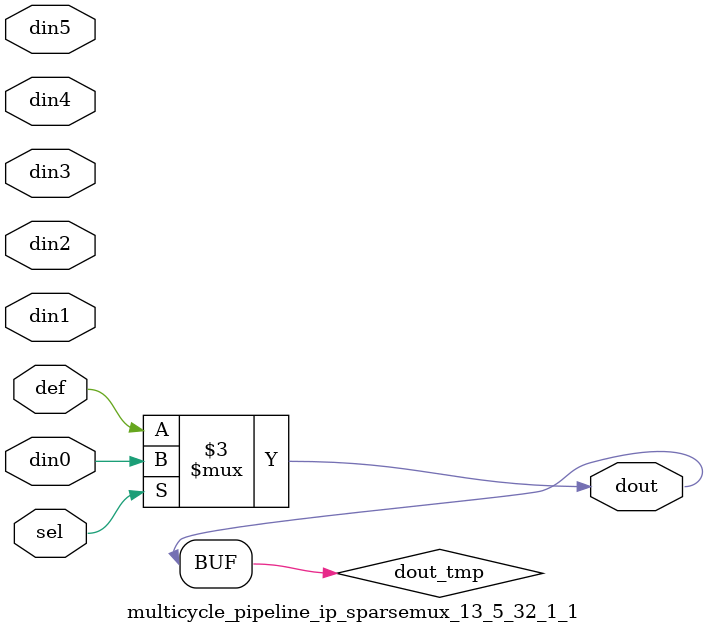
<source format=v>
`timescale 1ns / 1ps

module multicycle_pipeline_ip_sparsemux_13_5_32_1_1 (din0,din1,din2,din3,din4,din5,def,sel,dout);

parameter din0_WIDTH = 1;

parameter din1_WIDTH = 1;

parameter din2_WIDTH = 1;

parameter din3_WIDTH = 1;

parameter din4_WIDTH = 1;

parameter din5_WIDTH = 1;

parameter def_WIDTH = 1;
parameter sel_WIDTH = 1;
parameter dout_WIDTH = 1;

parameter [sel_WIDTH-1:0] CASE0 = 1;

parameter [sel_WIDTH-1:0] CASE1 = 1;

parameter [sel_WIDTH-1:0] CASE2 = 1;

parameter [sel_WIDTH-1:0] CASE3 = 1;

parameter [sel_WIDTH-1:0] CASE4 = 1;

parameter [sel_WIDTH-1:0] CASE5 = 1;

parameter ID = 1;
parameter NUM_STAGE = 1;



input [din0_WIDTH-1:0] din0;

input [din1_WIDTH-1:0] din1;

input [din2_WIDTH-1:0] din2;

input [din3_WIDTH-1:0] din3;

input [din4_WIDTH-1:0] din4;

input [din5_WIDTH-1:0] din5;

input [def_WIDTH-1:0] def;
input [sel_WIDTH-1:0] sel;

output [dout_WIDTH-1:0] dout;



reg [dout_WIDTH-1:0] dout_tmp;


always @ (*) begin
(* parallel_case *) case (sel)
    
    CASE0 : dout_tmp = din0;
    
    CASE1 : dout_tmp = din1;
    
    CASE2 : dout_tmp = din2;
    
    CASE3 : dout_tmp = din3;
    
    CASE4 : dout_tmp = din4;
    
    CASE5 : dout_tmp = din5;
    
    default : dout_tmp = def;
endcase
end


assign dout = dout_tmp;



endmodule

</source>
